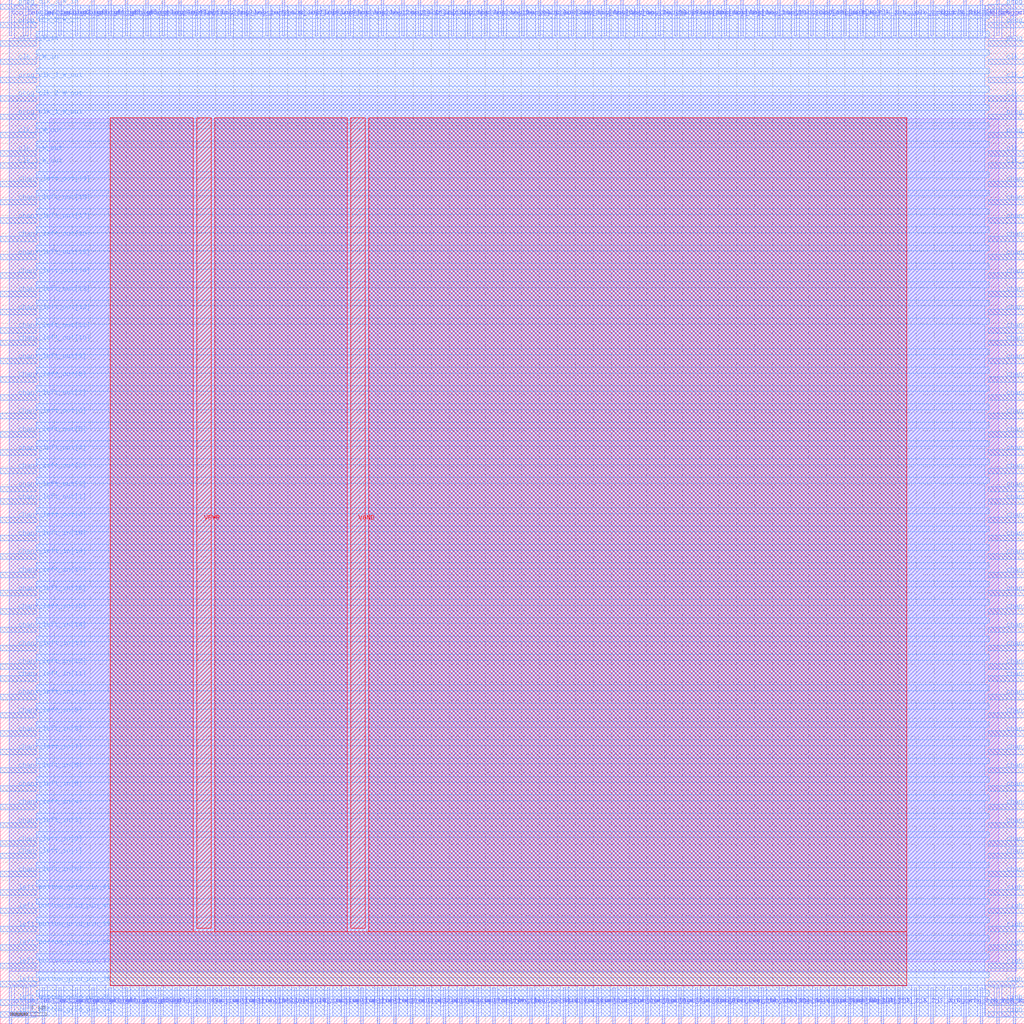
<source format=lef>
VERSION 5.7 ;
  NOWIREEXTENSIONATPIN ON ;
  DIVIDERCHAR "/" ;
  BUSBITCHARS "[]" ;
MACRO sb_1__1_
  CLASS BLOCK ;
  FOREIGN sb_1__1_ ;
  ORIGIN 0.000 0.000 ;
  SIZE 114.000 BY 114.000 ;
  PIN Test_en_N_out
    DIRECTION OUTPUT TRISTATE ;
    PORT
      LAYER met2 ;
        RECT 92.090 110.000 92.370 114.000 ;
    END
  END Test_en_N_out
  PIN Test_en_S_in
    DIRECTION INPUT ;
    PORT
      LAYER met2 ;
        RECT 94.390 0.000 94.670 4.000 ;
    END
  END Test_en_S_in
  PIN bottom_left_grid_pin_42_
    DIRECTION INPUT ;
    PORT
      LAYER met2 ;
        RECT 1.010 0.000 1.290 4.000 ;
    END
  END bottom_left_grid_pin_42_
  PIN bottom_left_grid_pin_43_
    DIRECTION INPUT ;
    PORT
      LAYER met2 ;
        RECT 2.850 0.000 3.130 4.000 ;
    END
  END bottom_left_grid_pin_43_
  PIN bottom_left_grid_pin_44_
    DIRECTION INPUT ;
    PORT
      LAYER met2 ;
        RECT 4.690 0.000 4.970 4.000 ;
    END
  END bottom_left_grid_pin_44_
  PIN bottom_left_grid_pin_45_
    DIRECTION INPUT ;
    PORT
      LAYER met2 ;
        RECT 6.530 0.000 6.810 4.000 ;
    END
  END bottom_left_grid_pin_45_
  PIN bottom_left_grid_pin_46_
    DIRECTION INPUT ;
    PORT
      LAYER met2 ;
        RECT 8.370 0.000 8.650 4.000 ;
    END
  END bottom_left_grid_pin_46_
  PIN bottom_left_grid_pin_47_
    DIRECTION INPUT ;
    PORT
      LAYER met2 ;
        RECT 10.210 0.000 10.490 4.000 ;
    END
  END bottom_left_grid_pin_47_
  PIN bottom_left_grid_pin_48_
    DIRECTION INPUT ;
    PORT
      LAYER met2 ;
        RECT 12.050 0.000 12.330 4.000 ;
    END
  END bottom_left_grid_pin_48_
  PIN bottom_left_grid_pin_49_
    DIRECTION INPUT ;
    PORT
      LAYER met2 ;
        RECT 13.890 0.000 14.170 4.000 ;
    END
  END bottom_left_grid_pin_49_
  PIN ccff_head
    DIRECTION INPUT ;
    PORT
      LAYER met2 ;
        RECT 15.730 0.000 16.010 4.000 ;
    END
  END ccff_head
  PIN ccff_tail
    DIRECTION OUTPUT TRISTATE ;
    PORT
      LAYER met2 ;
        RECT 17.570 0.000 17.850 4.000 ;
    END
  END ccff_tail
  PIN chanx_left_in[0]
    DIRECTION INPUT ;
    PORT
      LAYER met3 ;
        RECT 0.000 16.360 4.000 16.960 ;
    END
  END chanx_left_in[0]
  PIN chanx_left_in[10]
    DIRECTION INPUT ;
    PORT
      LAYER met3 ;
        RECT 0.000 36.080 4.000 36.680 ;
    END
  END chanx_left_in[10]
  PIN chanx_left_in[11]
    DIRECTION INPUT ;
    PORT
      LAYER met3 ;
        RECT 0.000 38.120 4.000 38.720 ;
    END
  END chanx_left_in[11]
  PIN chanx_left_in[12]
    DIRECTION INPUT ;
    PORT
      LAYER met3 ;
        RECT 0.000 39.480 4.000 40.080 ;
    END
  END chanx_left_in[12]
  PIN chanx_left_in[13]
    DIRECTION INPUT ;
    PORT
      LAYER met3 ;
        RECT 0.000 41.520 4.000 42.120 ;
    END
  END chanx_left_in[13]
  PIN chanx_left_in[14]
    DIRECTION INPUT ;
    PORT
      LAYER met3 ;
        RECT 0.000 43.560 4.000 44.160 ;
    END
  END chanx_left_in[14]
  PIN chanx_left_in[15]
    DIRECTION INPUT ;
    PORT
      LAYER met3 ;
        RECT 0.000 45.600 4.000 46.200 ;
    END
  END chanx_left_in[15]
  PIN chanx_left_in[16]
    DIRECTION INPUT ;
    PORT
      LAYER met3 ;
        RECT 0.000 47.640 4.000 48.240 ;
    END
  END chanx_left_in[16]
  PIN chanx_left_in[17]
    DIRECTION INPUT ;
    PORT
      LAYER met3 ;
        RECT 0.000 49.680 4.000 50.280 ;
    END
  END chanx_left_in[17]
  PIN chanx_left_in[18]
    DIRECTION INPUT ;
    PORT
      LAYER met3 ;
        RECT 0.000 51.720 4.000 52.320 ;
    END
  END chanx_left_in[18]
  PIN chanx_left_in[19]
    DIRECTION INPUT ;
    PORT
      LAYER met3 ;
        RECT 0.000 53.760 4.000 54.360 ;
    END
  END chanx_left_in[19]
  PIN chanx_left_in[1]
    DIRECTION INPUT ;
    PORT
      LAYER met3 ;
        RECT 0.000 18.400 4.000 19.000 ;
    END
  END chanx_left_in[1]
  PIN chanx_left_in[2]
    DIRECTION INPUT ;
    PORT
      LAYER met3 ;
        RECT 0.000 19.760 4.000 20.360 ;
    END
  END chanx_left_in[2]
  PIN chanx_left_in[3]
    DIRECTION INPUT ;
    PORT
      LAYER met3 ;
        RECT 0.000 21.800 4.000 22.400 ;
    END
  END chanx_left_in[3]
  PIN chanx_left_in[4]
    DIRECTION INPUT ;
    PORT
      LAYER met3 ;
        RECT 0.000 23.840 4.000 24.440 ;
    END
  END chanx_left_in[4]
  PIN chanx_left_in[5]
    DIRECTION INPUT ;
    PORT
      LAYER met3 ;
        RECT 0.000 25.880 4.000 26.480 ;
    END
  END chanx_left_in[5]
  PIN chanx_left_in[6]
    DIRECTION INPUT ;
    PORT
      LAYER met3 ;
        RECT 0.000 27.920 4.000 28.520 ;
    END
  END chanx_left_in[6]
  PIN chanx_left_in[7]
    DIRECTION INPUT ;
    PORT
      LAYER met3 ;
        RECT 0.000 29.960 4.000 30.560 ;
    END
  END chanx_left_in[7]
  PIN chanx_left_in[8]
    DIRECTION INPUT ;
    PORT
      LAYER met3 ;
        RECT 0.000 32.000 4.000 32.600 ;
    END
  END chanx_left_in[8]
  PIN chanx_left_in[9]
    DIRECTION INPUT ;
    PORT
      LAYER met3 ;
        RECT 0.000 34.040 4.000 34.640 ;
    END
  END chanx_left_in[9]
  PIN chanx_left_out[0]
    DIRECTION OUTPUT TRISTATE ;
    PORT
      LAYER met3 ;
        RECT 0.000 55.800 4.000 56.400 ;
    END
  END chanx_left_out[0]
  PIN chanx_left_out[10]
    DIRECTION OUTPUT TRISTATE ;
    PORT
      LAYER met3 ;
        RECT 0.000 75.520 4.000 76.120 ;
    END
  END chanx_left_out[10]
  PIN chanx_left_out[11]
    DIRECTION OUTPUT TRISTATE ;
    PORT
      LAYER met3 ;
        RECT 0.000 76.880 4.000 77.480 ;
    END
  END chanx_left_out[11]
  PIN chanx_left_out[12]
    DIRECTION OUTPUT TRISTATE ;
    PORT
      LAYER met3 ;
        RECT 0.000 78.920 4.000 79.520 ;
    END
  END chanx_left_out[12]
  PIN chanx_left_out[13]
    DIRECTION OUTPUT TRISTATE ;
    PORT
      LAYER met3 ;
        RECT 0.000 80.960 4.000 81.560 ;
    END
  END chanx_left_out[13]
  PIN chanx_left_out[14]
    DIRECTION OUTPUT TRISTATE ;
    PORT
      LAYER met3 ;
        RECT 0.000 83.000 4.000 83.600 ;
    END
  END chanx_left_out[14]
  PIN chanx_left_out[15]
    DIRECTION OUTPUT TRISTATE ;
    PORT
      LAYER met3 ;
        RECT 0.000 85.040 4.000 85.640 ;
    END
  END chanx_left_out[15]
  PIN chanx_left_out[16]
    DIRECTION OUTPUT TRISTATE ;
    PORT
      LAYER met3 ;
        RECT 0.000 87.080 4.000 87.680 ;
    END
  END chanx_left_out[16]
  PIN chanx_left_out[17]
    DIRECTION OUTPUT TRISTATE ;
    PORT
      LAYER met3 ;
        RECT 0.000 89.120 4.000 89.720 ;
    END
  END chanx_left_out[17]
  PIN chanx_left_out[18]
    DIRECTION OUTPUT TRISTATE ;
    PORT
      LAYER met3 ;
        RECT 0.000 91.160 4.000 91.760 ;
    END
  END chanx_left_out[18]
  PIN chanx_left_out[19]
    DIRECTION OUTPUT TRISTATE ;
    PORT
      LAYER met3 ;
        RECT 0.000 93.200 4.000 93.800 ;
    END
  END chanx_left_out[19]
  PIN chanx_left_out[1]
    DIRECTION OUTPUT TRISTATE ;
    PORT
      LAYER met3 ;
        RECT 0.000 57.840 4.000 58.440 ;
    END
  END chanx_left_out[1]
  PIN chanx_left_out[2]
    DIRECTION OUTPUT TRISTATE ;
    PORT
      LAYER met3 ;
        RECT 0.000 59.200 4.000 59.800 ;
    END
  END chanx_left_out[2]
  PIN chanx_left_out[3]
    DIRECTION OUTPUT TRISTATE ;
    PORT
      LAYER met3 ;
        RECT 0.000 61.240 4.000 61.840 ;
    END
  END chanx_left_out[3]
  PIN chanx_left_out[4]
    DIRECTION OUTPUT TRISTATE ;
    PORT
      LAYER met3 ;
        RECT 0.000 63.280 4.000 63.880 ;
    END
  END chanx_left_out[4]
  PIN chanx_left_out[5]
    DIRECTION OUTPUT TRISTATE ;
    PORT
      LAYER met3 ;
        RECT 0.000 65.320 4.000 65.920 ;
    END
  END chanx_left_out[5]
  PIN chanx_left_out[6]
    DIRECTION OUTPUT TRISTATE ;
    PORT
      LAYER met3 ;
        RECT 0.000 67.360 4.000 67.960 ;
    END
  END chanx_left_out[6]
  PIN chanx_left_out[7]
    DIRECTION OUTPUT TRISTATE ;
    PORT
      LAYER met3 ;
        RECT 0.000 69.400 4.000 70.000 ;
    END
  END chanx_left_out[7]
  PIN chanx_left_out[8]
    DIRECTION OUTPUT TRISTATE ;
    PORT
      LAYER met3 ;
        RECT 0.000 71.440 4.000 72.040 ;
    END
  END chanx_left_out[8]
  PIN chanx_left_out[9]
    DIRECTION OUTPUT TRISTATE ;
    PORT
      LAYER met3 ;
        RECT 0.000 73.480 4.000 74.080 ;
    END
  END chanx_left_out[9]
  PIN chanx_right_in[0]
    DIRECTION INPUT ;
    PORT
      LAYER met3 ;
        RECT 110.000 16.360 114.000 16.960 ;
    END
  END chanx_right_in[0]
  PIN chanx_right_in[10]
    DIRECTION INPUT ;
    PORT
      LAYER met3 ;
        RECT 110.000 36.080 114.000 36.680 ;
    END
  END chanx_right_in[10]
  PIN chanx_right_in[11]
    DIRECTION INPUT ;
    PORT
      LAYER met3 ;
        RECT 110.000 38.120 114.000 38.720 ;
    END
  END chanx_right_in[11]
  PIN chanx_right_in[12]
    DIRECTION INPUT ;
    PORT
      LAYER met3 ;
        RECT 110.000 39.480 114.000 40.080 ;
    END
  END chanx_right_in[12]
  PIN chanx_right_in[13]
    DIRECTION INPUT ;
    PORT
      LAYER met3 ;
        RECT 110.000 41.520 114.000 42.120 ;
    END
  END chanx_right_in[13]
  PIN chanx_right_in[14]
    DIRECTION INPUT ;
    PORT
      LAYER met3 ;
        RECT 110.000 43.560 114.000 44.160 ;
    END
  END chanx_right_in[14]
  PIN chanx_right_in[15]
    DIRECTION INPUT ;
    PORT
      LAYER met3 ;
        RECT 110.000 45.600 114.000 46.200 ;
    END
  END chanx_right_in[15]
  PIN chanx_right_in[16]
    DIRECTION INPUT ;
    PORT
      LAYER met3 ;
        RECT 110.000 47.640 114.000 48.240 ;
    END
  END chanx_right_in[16]
  PIN chanx_right_in[17]
    DIRECTION INPUT ;
    PORT
      LAYER met3 ;
        RECT 110.000 49.680 114.000 50.280 ;
    END
  END chanx_right_in[17]
  PIN chanx_right_in[18]
    DIRECTION INPUT ;
    PORT
      LAYER met3 ;
        RECT 110.000 51.720 114.000 52.320 ;
    END
  END chanx_right_in[18]
  PIN chanx_right_in[19]
    DIRECTION INPUT ;
    PORT
      LAYER met3 ;
        RECT 110.000 53.760 114.000 54.360 ;
    END
  END chanx_right_in[19]
  PIN chanx_right_in[1]
    DIRECTION INPUT ;
    PORT
      LAYER met3 ;
        RECT 110.000 18.400 114.000 19.000 ;
    END
  END chanx_right_in[1]
  PIN chanx_right_in[2]
    DIRECTION INPUT ;
    PORT
      LAYER met3 ;
        RECT 110.000 19.760 114.000 20.360 ;
    END
  END chanx_right_in[2]
  PIN chanx_right_in[3]
    DIRECTION INPUT ;
    PORT
      LAYER met3 ;
        RECT 110.000 21.800 114.000 22.400 ;
    END
  END chanx_right_in[3]
  PIN chanx_right_in[4]
    DIRECTION INPUT ;
    PORT
      LAYER met3 ;
        RECT 110.000 23.840 114.000 24.440 ;
    END
  END chanx_right_in[4]
  PIN chanx_right_in[5]
    DIRECTION INPUT ;
    PORT
      LAYER met3 ;
        RECT 110.000 25.880 114.000 26.480 ;
    END
  END chanx_right_in[5]
  PIN chanx_right_in[6]
    DIRECTION INPUT ;
    PORT
      LAYER met3 ;
        RECT 110.000 27.920 114.000 28.520 ;
    END
  END chanx_right_in[6]
  PIN chanx_right_in[7]
    DIRECTION INPUT ;
    PORT
      LAYER met3 ;
        RECT 110.000 29.960 114.000 30.560 ;
    END
  END chanx_right_in[7]
  PIN chanx_right_in[8]
    DIRECTION INPUT ;
    PORT
      LAYER met3 ;
        RECT 110.000 32.000 114.000 32.600 ;
    END
  END chanx_right_in[8]
  PIN chanx_right_in[9]
    DIRECTION INPUT ;
    PORT
      LAYER met3 ;
        RECT 110.000 34.040 114.000 34.640 ;
    END
  END chanx_right_in[9]
  PIN chanx_right_out[0]
    DIRECTION OUTPUT TRISTATE ;
    PORT
      LAYER met3 ;
        RECT 110.000 55.800 114.000 56.400 ;
    END
  END chanx_right_out[0]
  PIN chanx_right_out[10]
    DIRECTION OUTPUT TRISTATE ;
    PORT
      LAYER met3 ;
        RECT 110.000 75.520 114.000 76.120 ;
    END
  END chanx_right_out[10]
  PIN chanx_right_out[11]
    DIRECTION OUTPUT TRISTATE ;
    PORT
      LAYER met3 ;
        RECT 110.000 76.880 114.000 77.480 ;
    END
  END chanx_right_out[11]
  PIN chanx_right_out[12]
    DIRECTION OUTPUT TRISTATE ;
    PORT
      LAYER met3 ;
        RECT 110.000 78.920 114.000 79.520 ;
    END
  END chanx_right_out[12]
  PIN chanx_right_out[13]
    DIRECTION OUTPUT TRISTATE ;
    PORT
      LAYER met3 ;
        RECT 110.000 80.960 114.000 81.560 ;
    END
  END chanx_right_out[13]
  PIN chanx_right_out[14]
    DIRECTION OUTPUT TRISTATE ;
    PORT
      LAYER met3 ;
        RECT 110.000 83.000 114.000 83.600 ;
    END
  END chanx_right_out[14]
  PIN chanx_right_out[15]
    DIRECTION OUTPUT TRISTATE ;
    PORT
      LAYER met3 ;
        RECT 110.000 85.040 114.000 85.640 ;
    END
  END chanx_right_out[15]
  PIN chanx_right_out[16]
    DIRECTION OUTPUT TRISTATE ;
    PORT
      LAYER met3 ;
        RECT 110.000 87.080 114.000 87.680 ;
    END
  END chanx_right_out[16]
  PIN chanx_right_out[17]
    DIRECTION OUTPUT TRISTATE ;
    PORT
      LAYER met3 ;
        RECT 110.000 89.120 114.000 89.720 ;
    END
  END chanx_right_out[17]
  PIN chanx_right_out[18]
    DIRECTION OUTPUT TRISTATE ;
    PORT
      LAYER met3 ;
        RECT 110.000 91.160 114.000 91.760 ;
    END
  END chanx_right_out[18]
  PIN chanx_right_out[19]
    DIRECTION OUTPUT TRISTATE ;
    PORT
      LAYER met3 ;
        RECT 110.000 93.200 114.000 93.800 ;
    END
  END chanx_right_out[19]
  PIN chanx_right_out[1]
    DIRECTION OUTPUT TRISTATE ;
    PORT
      LAYER met3 ;
        RECT 110.000 57.840 114.000 58.440 ;
    END
  END chanx_right_out[1]
  PIN chanx_right_out[2]
    DIRECTION OUTPUT TRISTATE ;
    PORT
      LAYER met3 ;
        RECT 110.000 59.200 114.000 59.800 ;
    END
  END chanx_right_out[2]
  PIN chanx_right_out[3]
    DIRECTION OUTPUT TRISTATE ;
    PORT
      LAYER met3 ;
        RECT 110.000 61.240 114.000 61.840 ;
    END
  END chanx_right_out[3]
  PIN chanx_right_out[4]
    DIRECTION OUTPUT TRISTATE ;
    PORT
      LAYER met3 ;
        RECT 110.000 63.280 114.000 63.880 ;
    END
  END chanx_right_out[4]
  PIN chanx_right_out[5]
    DIRECTION OUTPUT TRISTATE ;
    PORT
      LAYER met3 ;
        RECT 110.000 65.320 114.000 65.920 ;
    END
  END chanx_right_out[5]
  PIN chanx_right_out[6]
    DIRECTION OUTPUT TRISTATE ;
    PORT
      LAYER met3 ;
        RECT 110.000 67.360 114.000 67.960 ;
    END
  END chanx_right_out[6]
  PIN chanx_right_out[7]
    DIRECTION OUTPUT TRISTATE ;
    PORT
      LAYER met3 ;
        RECT 110.000 69.400 114.000 70.000 ;
    END
  END chanx_right_out[7]
  PIN chanx_right_out[8]
    DIRECTION OUTPUT TRISTATE ;
    PORT
      LAYER met3 ;
        RECT 110.000 71.440 114.000 72.040 ;
    END
  END chanx_right_out[8]
  PIN chanx_right_out[9]
    DIRECTION OUTPUT TRISTATE ;
    PORT
      LAYER met3 ;
        RECT 110.000 73.480 114.000 74.080 ;
    END
  END chanx_right_out[9]
  PIN chany_bottom_in[0]
    DIRECTION INPUT ;
    PORT
      LAYER met2 ;
        RECT 19.410 0.000 19.690 4.000 ;
    END
  END chany_bottom_in[0]
  PIN chany_bottom_in[10]
    DIRECTION INPUT ;
    PORT
      LAYER met2 ;
        RECT 38.270 0.000 38.550 4.000 ;
    END
  END chany_bottom_in[10]
  PIN chany_bottom_in[11]
    DIRECTION INPUT ;
    PORT
      LAYER met2 ;
        RECT 40.110 0.000 40.390 4.000 ;
    END
  END chany_bottom_in[11]
  PIN chany_bottom_in[12]
    DIRECTION INPUT ;
    PORT
      LAYER met2 ;
        RECT 41.950 0.000 42.230 4.000 ;
    END
  END chany_bottom_in[12]
  PIN chany_bottom_in[13]
    DIRECTION INPUT ;
    PORT
      LAYER met2 ;
        RECT 43.790 0.000 44.070 4.000 ;
    END
  END chany_bottom_in[13]
  PIN chany_bottom_in[14]
    DIRECTION INPUT ;
    PORT
      LAYER met2 ;
        RECT 45.630 0.000 45.910 4.000 ;
    END
  END chany_bottom_in[14]
  PIN chany_bottom_in[15]
    DIRECTION INPUT ;
    PORT
      LAYER met2 ;
        RECT 47.470 0.000 47.750 4.000 ;
    END
  END chany_bottom_in[15]
  PIN chany_bottom_in[16]
    DIRECTION INPUT ;
    PORT
      LAYER met2 ;
        RECT 49.310 0.000 49.590 4.000 ;
    END
  END chany_bottom_in[16]
  PIN chany_bottom_in[17]
    DIRECTION INPUT ;
    PORT
      LAYER met2 ;
        RECT 51.150 0.000 51.430 4.000 ;
    END
  END chany_bottom_in[17]
  PIN chany_bottom_in[18]
    DIRECTION INPUT ;
    PORT
      LAYER met2 ;
        RECT 52.990 0.000 53.270 4.000 ;
    END
  END chany_bottom_in[18]
  PIN chany_bottom_in[19]
    DIRECTION INPUT ;
    PORT
      LAYER met2 ;
        RECT 54.830 0.000 55.110 4.000 ;
    END
  END chany_bottom_in[19]
  PIN chany_bottom_in[1]
    DIRECTION INPUT ;
    PORT
      LAYER met2 ;
        RECT 21.250 0.000 21.530 4.000 ;
    END
  END chany_bottom_in[1]
  PIN chany_bottom_in[2]
    DIRECTION INPUT ;
    PORT
      LAYER met2 ;
        RECT 23.090 0.000 23.370 4.000 ;
    END
  END chany_bottom_in[2]
  PIN chany_bottom_in[3]
    DIRECTION INPUT ;
    PORT
      LAYER met2 ;
        RECT 24.930 0.000 25.210 4.000 ;
    END
  END chany_bottom_in[3]
  PIN chany_bottom_in[4]
    DIRECTION INPUT ;
    PORT
      LAYER met2 ;
        RECT 26.770 0.000 27.050 4.000 ;
    END
  END chany_bottom_in[4]
  PIN chany_bottom_in[5]
    DIRECTION INPUT ;
    PORT
      LAYER met2 ;
        RECT 28.610 0.000 28.890 4.000 ;
    END
  END chany_bottom_in[5]
  PIN chany_bottom_in[6]
    DIRECTION INPUT ;
    PORT
      LAYER met2 ;
        RECT 30.910 0.000 31.190 4.000 ;
    END
  END chany_bottom_in[6]
  PIN chany_bottom_in[7]
    DIRECTION INPUT ;
    PORT
      LAYER met2 ;
        RECT 32.750 0.000 33.030 4.000 ;
    END
  END chany_bottom_in[7]
  PIN chany_bottom_in[8]
    DIRECTION INPUT ;
    PORT
      LAYER met2 ;
        RECT 34.590 0.000 34.870 4.000 ;
    END
  END chany_bottom_in[8]
  PIN chany_bottom_in[9]
    DIRECTION INPUT ;
    PORT
      LAYER met2 ;
        RECT 36.430 0.000 36.710 4.000 ;
    END
  END chany_bottom_in[9]
  PIN chany_bottom_out[0]
    DIRECTION OUTPUT TRISTATE ;
    PORT
      LAYER met2 ;
        RECT 56.670 0.000 56.950 4.000 ;
    END
  END chany_bottom_out[0]
  PIN chany_bottom_out[10]
    DIRECTION OUTPUT TRISTATE ;
    PORT
      LAYER met2 ;
        RECT 75.530 0.000 75.810 4.000 ;
    END
  END chany_bottom_out[10]
  PIN chany_bottom_out[11]
    DIRECTION OUTPUT TRISTATE ;
    PORT
      LAYER met2 ;
        RECT 77.370 0.000 77.650 4.000 ;
    END
  END chany_bottom_out[11]
  PIN chany_bottom_out[12]
    DIRECTION OUTPUT TRISTATE ;
    PORT
      LAYER met2 ;
        RECT 79.210 0.000 79.490 4.000 ;
    END
  END chany_bottom_out[12]
  PIN chany_bottom_out[13]
    DIRECTION OUTPUT TRISTATE ;
    PORT
      LAYER met2 ;
        RECT 81.050 0.000 81.330 4.000 ;
    END
  END chany_bottom_out[13]
  PIN chany_bottom_out[14]
    DIRECTION OUTPUT TRISTATE ;
    PORT
      LAYER met2 ;
        RECT 82.890 0.000 83.170 4.000 ;
    END
  END chany_bottom_out[14]
  PIN chany_bottom_out[15]
    DIRECTION OUTPUT TRISTATE ;
    PORT
      LAYER met2 ;
        RECT 84.730 0.000 85.010 4.000 ;
    END
  END chany_bottom_out[15]
  PIN chany_bottom_out[16]
    DIRECTION OUTPUT TRISTATE ;
    PORT
      LAYER met2 ;
        RECT 87.030 0.000 87.310 4.000 ;
    END
  END chany_bottom_out[16]
  PIN chany_bottom_out[17]
    DIRECTION OUTPUT TRISTATE ;
    PORT
      LAYER met2 ;
        RECT 88.870 0.000 89.150 4.000 ;
    END
  END chany_bottom_out[17]
  PIN chany_bottom_out[18]
    DIRECTION OUTPUT TRISTATE ;
    PORT
      LAYER met2 ;
        RECT 90.710 0.000 90.990 4.000 ;
    END
  END chany_bottom_out[18]
  PIN chany_bottom_out[19]
    DIRECTION OUTPUT TRISTATE ;
    PORT
      LAYER met2 ;
        RECT 92.550 0.000 92.830 4.000 ;
    END
  END chany_bottom_out[19]
  PIN chany_bottom_out[1]
    DIRECTION OUTPUT TRISTATE ;
    PORT
      LAYER met2 ;
        RECT 58.970 0.000 59.250 4.000 ;
    END
  END chany_bottom_out[1]
  PIN chany_bottom_out[2]
    DIRECTION OUTPUT TRISTATE ;
    PORT
      LAYER met2 ;
        RECT 60.810 0.000 61.090 4.000 ;
    END
  END chany_bottom_out[2]
  PIN chany_bottom_out[3]
    DIRECTION OUTPUT TRISTATE ;
    PORT
      LAYER met2 ;
        RECT 62.650 0.000 62.930 4.000 ;
    END
  END chany_bottom_out[3]
  PIN chany_bottom_out[4]
    DIRECTION OUTPUT TRISTATE ;
    PORT
      LAYER met2 ;
        RECT 64.490 0.000 64.770 4.000 ;
    END
  END chany_bottom_out[4]
  PIN chany_bottom_out[5]
    DIRECTION OUTPUT TRISTATE ;
    PORT
      LAYER met2 ;
        RECT 66.330 0.000 66.610 4.000 ;
    END
  END chany_bottom_out[5]
  PIN chany_bottom_out[6]
    DIRECTION OUTPUT TRISTATE ;
    PORT
      LAYER met2 ;
        RECT 68.170 0.000 68.450 4.000 ;
    END
  END chany_bottom_out[6]
  PIN chany_bottom_out[7]
    DIRECTION OUTPUT TRISTATE ;
    PORT
      LAYER met2 ;
        RECT 70.010 0.000 70.290 4.000 ;
    END
  END chany_bottom_out[7]
  PIN chany_bottom_out[8]
    DIRECTION OUTPUT TRISTATE ;
    PORT
      LAYER met2 ;
        RECT 71.850 0.000 72.130 4.000 ;
    END
  END chany_bottom_out[8]
  PIN chany_bottom_out[9]
    DIRECTION OUTPUT TRISTATE ;
    PORT
      LAYER met2 ;
        RECT 73.690 0.000 73.970 4.000 ;
    END
  END chany_bottom_out[9]
  PIN chany_top_in[0]
    DIRECTION INPUT ;
    PORT
      LAYER met2 ;
        RECT 16.190 110.000 16.470 114.000 ;
    END
  END chany_top_in[0]
  PIN chany_top_in[10]
    DIRECTION INPUT ;
    PORT
      LAYER met2 ;
        RECT 35.050 110.000 35.330 114.000 ;
    END
  END chany_top_in[10]
  PIN chany_top_in[11]
    DIRECTION INPUT ;
    PORT
      LAYER met2 ;
        RECT 36.890 110.000 37.170 114.000 ;
    END
  END chany_top_in[11]
  PIN chany_top_in[12]
    DIRECTION INPUT ;
    PORT
      LAYER met2 ;
        RECT 38.730 110.000 39.010 114.000 ;
    END
  END chany_top_in[12]
  PIN chany_top_in[13]
    DIRECTION INPUT ;
    PORT
      LAYER met2 ;
        RECT 40.570 110.000 40.850 114.000 ;
    END
  END chany_top_in[13]
  PIN chany_top_in[14]
    DIRECTION INPUT ;
    PORT
      LAYER met2 ;
        RECT 42.410 110.000 42.690 114.000 ;
    END
  END chany_top_in[14]
  PIN chany_top_in[15]
    DIRECTION INPUT ;
    PORT
      LAYER met2 ;
        RECT 44.710 110.000 44.990 114.000 ;
    END
  END chany_top_in[15]
  PIN chany_top_in[16]
    DIRECTION INPUT ;
    PORT
      LAYER met2 ;
        RECT 46.550 110.000 46.830 114.000 ;
    END
  END chany_top_in[16]
  PIN chany_top_in[17]
    DIRECTION INPUT ;
    PORT
      LAYER met2 ;
        RECT 48.390 110.000 48.670 114.000 ;
    END
  END chany_top_in[17]
  PIN chany_top_in[18]
    DIRECTION INPUT ;
    PORT
      LAYER met2 ;
        RECT 50.230 110.000 50.510 114.000 ;
    END
  END chany_top_in[18]
  PIN chany_top_in[19]
    DIRECTION INPUT ;
    PORT
      LAYER met2 ;
        RECT 52.070 110.000 52.350 114.000 ;
    END
  END chany_top_in[19]
  PIN chany_top_in[1]
    DIRECTION INPUT ;
    PORT
      LAYER met2 ;
        RECT 18.030 110.000 18.310 114.000 ;
    END
  END chany_top_in[1]
  PIN chany_top_in[2]
    DIRECTION INPUT ;
    PORT
      LAYER met2 ;
        RECT 19.870 110.000 20.150 114.000 ;
    END
  END chany_top_in[2]
  PIN chany_top_in[3]
    DIRECTION INPUT ;
    PORT
      LAYER met2 ;
        RECT 21.710 110.000 21.990 114.000 ;
    END
  END chany_top_in[3]
  PIN chany_top_in[4]
    DIRECTION INPUT ;
    PORT
      LAYER met2 ;
        RECT 23.550 110.000 23.830 114.000 ;
    END
  END chany_top_in[4]
  PIN chany_top_in[5]
    DIRECTION INPUT ;
    PORT
      LAYER met2 ;
        RECT 25.390 110.000 25.670 114.000 ;
    END
  END chany_top_in[5]
  PIN chany_top_in[6]
    DIRECTION INPUT ;
    PORT
      LAYER met2 ;
        RECT 27.230 110.000 27.510 114.000 ;
    END
  END chany_top_in[6]
  PIN chany_top_in[7]
    DIRECTION INPUT ;
    PORT
      LAYER met2 ;
        RECT 29.530 110.000 29.810 114.000 ;
    END
  END chany_top_in[7]
  PIN chany_top_in[8]
    DIRECTION INPUT ;
    PORT
      LAYER met2 ;
        RECT 31.370 110.000 31.650 114.000 ;
    END
  END chany_top_in[8]
  PIN chany_top_in[9]
    DIRECTION INPUT ;
    PORT
      LAYER met2 ;
        RECT 33.210 110.000 33.490 114.000 ;
    END
  END chany_top_in[9]
  PIN chany_top_out[0]
    DIRECTION OUTPUT TRISTATE ;
    PORT
      LAYER met2 ;
        RECT 53.910 110.000 54.190 114.000 ;
    END
  END chany_top_out[0]
  PIN chany_top_out[10]
    DIRECTION OUTPUT TRISTATE ;
    PORT
      LAYER met2 ;
        RECT 73.230 110.000 73.510 114.000 ;
    END
  END chany_top_out[10]
  PIN chany_top_out[11]
    DIRECTION OUTPUT TRISTATE ;
    PORT
      LAYER met2 ;
        RECT 75.070 110.000 75.350 114.000 ;
    END
  END chany_top_out[11]
  PIN chany_top_out[12]
    DIRECTION OUTPUT TRISTATE ;
    PORT
      LAYER met2 ;
        RECT 76.910 110.000 77.190 114.000 ;
    END
  END chany_top_out[12]
  PIN chany_top_out[13]
    DIRECTION OUTPUT TRISTATE ;
    PORT
      LAYER met2 ;
        RECT 78.750 110.000 79.030 114.000 ;
    END
  END chany_top_out[13]
  PIN chany_top_out[14]
    DIRECTION OUTPUT TRISTATE ;
    PORT
      LAYER met2 ;
        RECT 80.590 110.000 80.870 114.000 ;
    END
  END chany_top_out[14]
  PIN chany_top_out[15]
    DIRECTION OUTPUT TRISTATE ;
    PORT
      LAYER met2 ;
        RECT 82.430 110.000 82.710 114.000 ;
    END
  END chany_top_out[15]
  PIN chany_top_out[16]
    DIRECTION OUTPUT TRISTATE ;
    PORT
      LAYER met2 ;
        RECT 84.270 110.000 84.550 114.000 ;
    END
  END chany_top_out[16]
  PIN chany_top_out[17]
    DIRECTION OUTPUT TRISTATE ;
    PORT
      LAYER met2 ;
        RECT 86.570 110.000 86.850 114.000 ;
    END
  END chany_top_out[17]
  PIN chany_top_out[18]
    DIRECTION OUTPUT TRISTATE ;
    PORT
      LAYER met2 ;
        RECT 88.410 110.000 88.690 114.000 ;
    END
  END chany_top_out[18]
  PIN chany_top_out[19]
    DIRECTION OUTPUT TRISTATE ;
    PORT
      LAYER met2 ;
        RECT 90.250 110.000 90.530 114.000 ;
    END
  END chany_top_out[19]
  PIN chany_top_out[1]
    DIRECTION OUTPUT TRISTATE ;
    PORT
      LAYER met2 ;
        RECT 55.750 110.000 56.030 114.000 ;
    END
  END chany_top_out[1]
  PIN chany_top_out[2]
    DIRECTION OUTPUT TRISTATE ;
    PORT
      LAYER met2 ;
        RECT 58.050 110.000 58.330 114.000 ;
    END
  END chany_top_out[2]
  PIN chany_top_out[3]
    DIRECTION OUTPUT TRISTATE ;
    PORT
      LAYER met2 ;
        RECT 59.890 110.000 60.170 114.000 ;
    END
  END chany_top_out[3]
  PIN chany_top_out[4]
    DIRECTION OUTPUT TRISTATE ;
    PORT
      LAYER met2 ;
        RECT 61.730 110.000 62.010 114.000 ;
    END
  END chany_top_out[4]
  PIN chany_top_out[5]
    DIRECTION OUTPUT TRISTATE ;
    PORT
      LAYER met2 ;
        RECT 63.570 110.000 63.850 114.000 ;
    END
  END chany_top_out[5]
  PIN chany_top_out[6]
    DIRECTION OUTPUT TRISTATE ;
    PORT
      LAYER met2 ;
        RECT 65.410 110.000 65.690 114.000 ;
    END
  END chany_top_out[6]
  PIN chany_top_out[7]
    DIRECTION OUTPUT TRISTATE ;
    PORT
      LAYER met2 ;
        RECT 67.250 110.000 67.530 114.000 ;
    END
  END chany_top_out[7]
  PIN chany_top_out[8]
    DIRECTION OUTPUT TRISTATE ;
    PORT
      LAYER met2 ;
        RECT 69.090 110.000 69.370 114.000 ;
    END
  END chany_top_out[8]
  PIN chany_top_out[9]
    DIRECTION OUTPUT TRISTATE ;
    PORT
      LAYER met2 ;
        RECT 70.930 110.000 71.210 114.000 ;
    END
  END chany_top_out[9]
  PIN clk_1_E_out
    DIRECTION OUTPUT TRISTATE ;
    PORT
      LAYER met3 ;
        RECT 110.000 102.720 114.000 103.320 ;
    END
  END clk_1_E_out
  PIN clk_1_N_in
    DIRECTION INPUT ;
    PORT
      LAYER met2 ;
        RECT 93.930 110.000 94.210 114.000 ;
    END
  END clk_1_N_in
  PIN clk_1_S_in
    DIRECTION INPUT ;
    PORT
      LAYER met2 ;
        RECT 96.230 0.000 96.510 4.000 ;
    END
  END clk_1_S_in
  PIN clk_1_W_out
    DIRECTION OUTPUT TRISTATE ;
    PORT
      LAYER met3 ;
        RECT 0.000 95.240 4.000 95.840 ;
    END
  END clk_1_W_out
  PIN clk_2_E_in
    DIRECTION INPUT ;
    PORT
      LAYER met3 ;
        RECT 110.000 95.240 114.000 95.840 ;
    END
  END clk_2_E_in
  PIN clk_2_E_out
    DIRECTION OUTPUT TRISTATE ;
    PORT
      LAYER met3 ;
        RECT 110.000 104.760 114.000 105.360 ;
    END
  END clk_2_E_out
  PIN clk_2_N_in
    DIRECTION INPUT ;
    PORT
      LAYER met2 ;
        RECT 95.770 110.000 96.050 114.000 ;
    END
  END clk_2_N_in
  PIN clk_2_N_out
    DIRECTION OUTPUT TRISTATE ;
    PORT
      LAYER met2 ;
        RECT 107.270 110.000 107.550 114.000 ;
    END
  END clk_2_N_out
  PIN clk_2_S_in
    DIRECTION INPUT ;
    PORT
      LAYER met2 ;
        RECT 98.070 0.000 98.350 4.000 ;
    END
  END clk_2_S_in
  PIN clk_2_S_out
    DIRECTION OUTPUT TRISTATE ;
    PORT
      LAYER met2 ;
        RECT 101.750 0.000 102.030 4.000 ;
    END
  END clk_2_S_out
  PIN clk_2_W_in
    DIRECTION INPUT ;
    PORT
      LAYER met3 ;
        RECT 0.000 106.800 4.000 107.400 ;
    END
  END clk_2_W_in
  PIN clk_2_W_out
    DIRECTION OUTPUT TRISTATE ;
    PORT
      LAYER met3 ;
        RECT 0.000 96.600 4.000 97.200 ;
    END
  END clk_2_W_out
  PIN clk_3_E_in
    DIRECTION INPUT ;
    PORT
      LAYER met3 ;
        RECT 110.000 96.600 114.000 97.200 ;
    END
  END clk_3_E_in
  PIN clk_3_E_out
    DIRECTION OUTPUT TRISTATE ;
    PORT
      LAYER met3 ;
        RECT 110.000 106.800 114.000 107.400 ;
    END
  END clk_3_E_out
  PIN clk_3_N_in
    DIRECTION INPUT ;
    PORT
      LAYER met2 ;
        RECT 97.610 110.000 97.890 114.000 ;
    END
  END clk_3_N_in
  PIN clk_3_N_out
    DIRECTION OUTPUT TRISTATE ;
    PORT
      LAYER met2 ;
        RECT 109.110 110.000 109.390 114.000 ;
    END
  END clk_3_N_out
  PIN clk_3_S_in
    DIRECTION INPUT ;
    PORT
      LAYER met2 ;
        RECT 99.910 0.000 100.190 4.000 ;
    END
  END clk_3_S_in
  PIN clk_3_S_out
    DIRECTION OUTPUT TRISTATE ;
    PORT
      LAYER met2 ;
        RECT 103.590 0.000 103.870 4.000 ;
    END
  END clk_3_S_out
  PIN clk_3_W_in
    DIRECTION INPUT ;
    PORT
      LAYER met3 ;
        RECT 0.000 108.840 4.000 109.440 ;
    END
  END clk_3_W_in
  PIN clk_3_W_out
    DIRECTION OUTPUT TRISTATE ;
    PORT
      LAYER met3 ;
        RECT 0.000 98.640 4.000 99.240 ;
    END
  END clk_3_W_out
  PIN left_bottom_grid_pin_34_
    DIRECTION INPUT ;
    PORT
      LAYER met3 ;
        RECT 0.000 0.720 4.000 1.320 ;
    END
  END left_bottom_grid_pin_34_
  PIN left_bottom_grid_pin_35_
    DIRECTION INPUT ;
    PORT
      LAYER met3 ;
        RECT 0.000 2.080 4.000 2.680 ;
    END
  END left_bottom_grid_pin_35_
  PIN left_bottom_grid_pin_36_
    DIRECTION INPUT ;
    PORT
      LAYER met3 ;
        RECT 0.000 4.120 4.000 4.720 ;
    END
  END left_bottom_grid_pin_36_
  PIN left_bottom_grid_pin_37_
    DIRECTION INPUT ;
    PORT
      LAYER met3 ;
        RECT 0.000 6.160 4.000 6.760 ;
    END
  END left_bottom_grid_pin_37_
  PIN left_bottom_grid_pin_38_
    DIRECTION INPUT ;
    PORT
      LAYER met3 ;
        RECT 0.000 8.200 4.000 8.800 ;
    END
  END left_bottom_grid_pin_38_
  PIN left_bottom_grid_pin_39_
    DIRECTION INPUT ;
    PORT
      LAYER met3 ;
        RECT 0.000 10.240 4.000 10.840 ;
    END
  END left_bottom_grid_pin_39_
  PIN left_bottom_grid_pin_40_
    DIRECTION INPUT ;
    PORT
      LAYER met3 ;
        RECT 0.000 12.280 4.000 12.880 ;
    END
  END left_bottom_grid_pin_40_
  PIN left_bottom_grid_pin_41_
    DIRECTION INPUT ;
    PORT
      LAYER met3 ;
        RECT 0.000 14.320 4.000 14.920 ;
    END
  END left_bottom_grid_pin_41_
  PIN prog_clk_0_N_in
    DIRECTION INPUT ;
    PORT
      LAYER met2 ;
        RECT 99.450 110.000 99.730 114.000 ;
    END
  END prog_clk_0_N_in
  PIN prog_clk_1_E_out
    DIRECTION OUTPUT TRISTATE ;
    PORT
      LAYER met3 ;
        RECT 110.000 108.840 114.000 109.440 ;
    END
  END prog_clk_1_E_out
  PIN prog_clk_1_N_in
    DIRECTION INPUT ;
    PORT
      LAYER met2 ;
        RECT 101.750 110.000 102.030 114.000 ;
    END
  END prog_clk_1_N_in
  PIN prog_clk_1_S_in
    DIRECTION INPUT ;
    PORT
      LAYER met2 ;
        RECT 105.430 0.000 105.710 4.000 ;
    END
  END prog_clk_1_S_in
  PIN prog_clk_1_W_out
    DIRECTION OUTPUT TRISTATE ;
    PORT
      LAYER met3 ;
        RECT 0.000 100.680 4.000 101.280 ;
    END
  END prog_clk_1_W_out
  PIN prog_clk_2_E_in
    DIRECTION INPUT ;
    PORT
      LAYER met3 ;
        RECT 110.000 98.640 114.000 99.240 ;
    END
  END prog_clk_2_E_in
  PIN prog_clk_2_E_out
    DIRECTION OUTPUT TRISTATE ;
    PORT
      LAYER met3 ;
        RECT 110.000 110.880 114.000 111.480 ;
    END
  END prog_clk_2_E_out
  PIN prog_clk_2_N_in
    DIRECTION INPUT ;
    PORT
      LAYER met2 ;
        RECT 103.590 110.000 103.870 114.000 ;
    END
  END prog_clk_2_N_in
  PIN prog_clk_2_N_out
    DIRECTION OUTPUT TRISTATE ;
    PORT
      LAYER met2 ;
        RECT 110.950 110.000 111.230 114.000 ;
    END
  END prog_clk_2_N_out
  PIN prog_clk_2_S_in
    DIRECTION INPUT ;
    PORT
      LAYER met2 ;
        RECT 107.270 0.000 107.550 4.000 ;
    END
  END prog_clk_2_S_in
  PIN prog_clk_2_S_out
    DIRECTION OUTPUT TRISTATE ;
    PORT
      LAYER met2 ;
        RECT 110.950 0.000 111.230 4.000 ;
    END
  END prog_clk_2_S_out
  PIN prog_clk_2_W_in
    DIRECTION INPUT ;
    PORT
      LAYER met3 ;
        RECT 0.000 110.880 4.000 111.480 ;
    END
  END prog_clk_2_W_in
  PIN prog_clk_2_W_out
    DIRECTION OUTPUT TRISTATE ;
    PORT
      LAYER met3 ;
        RECT 0.000 102.720 4.000 103.320 ;
    END
  END prog_clk_2_W_out
  PIN prog_clk_3_E_in
    DIRECTION INPUT ;
    PORT
      LAYER met3 ;
        RECT 110.000 100.680 114.000 101.280 ;
    END
  END prog_clk_3_E_in
  PIN prog_clk_3_E_out
    DIRECTION OUTPUT TRISTATE ;
    PORT
      LAYER met3 ;
        RECT 110.000 112.920 114.000 113.520 ;
    END
  END prog_clk_3_E_out
  PIN prog_clk_3_N_in
    DIRECTION INPUT ;
    PORT
      LAYER met2 ;
        RECT 105.430 110.000 105.710 114.000 ;
    END
  END prog_clk_3_N_in
  PIN prog_clk_3_N_out
    DIRECTION OUTPUT TRISTATE ;
    PORT
      LAYER met2 ;
        RECT 112.790 110.000 113.070 114.000 ;
    END
  END prog_clk_3_N_out
  PIN prog_clk_3_S_in
    DIRECTION INPUT ;
    PORT
      LAYER met2 ;
        RECT 109.110 0.000 109.390 4.000 ;
    END
  END prog_clk_3_S_in
  PIN prog_clk_3_S_out
    DIRECTION OUTPUT TRISTATE ;
    PORT
      LAYER met2 ;
        RECT 112.790 0.000 113.070 4.000 ;
    END
  END prog_clk_3_S_out
  PIN prog_clk_3_W_in
    DIRECTION INPUT ;
    PORT
      LAYER met3 ;
        RECT 0.000 112.920 4.000 113.520 ;
    END
  END prog_clk_3_W_in
  PIN prog_clk_3_W_out
    DIRECTION OUTPUT TRISTATE ;
    PORT
      LAYER met3 ;
        RECT 0.000 104.760 4.000 105.360 ;
    END
  END prog_clk_3_W_out
  PIN right_bottom_grid_pin_34_
    DIRECTION INPUT ;
    PORT
      LAYER met3 ;
        RECT 110.000 0.720 114.000 1.320 ;
    END
  END right_bottom_grid_pin_34_
  PIN right_bottom_grid_pin_35_
    DIRECTION INPUT ;
    PORT
      LAYER met3 ;
        RECT 110.000 2.080 114.000 2.680 ;
    END
  END right_bottom_grid_pin_35_
  PIN right_bottom_grid_pin_36_
    DIRECTION INPUT ;
    PORT
      LAYER met3 ;
        RECT 110.000 4.120 114.000 4.720 ;
    END
  END right_bottom_grid_pin_36_
  PIN right_bottom_grid_pin_37_
    DIRECTION INPUT ;
    PORT
      LAYER met3 ;
        RECT 110.000 6.160 114.000 6.760 ;
    END
  END right_bottom_grid_pin_37_
  PIN right_bottom_grid_pin_38_
    DIRECTION INPUT ;
    PORT
      LAYER met3 ;
        RECT 110.000 8.200 114.000 8.800 ;
    END
  END right_bottom_grid_pin_38_
  PIN right_bottom_grid_pin_39_
    DIRECTION INPUT ;
    PORT
      LAYER met3 ;
        RECT 110.000 10.240 114.000 10.840 ;
    END
  END right_bottom_grid_pin_39_
  PIN right_bottom_grid_pin_40_
    DIRECTION INPUT ;
    PORT
      LAYER met3 ;
        RECT 110.000 12.280 114.000 12.880 ;
    END
  END right_bottom_grid_pin_40_
  PIN right_bottom_grid_pin_41_
    DIRECTION INPUT ;
    PORT
      LAYER met3 ;
        RECT 110.000 14.320 114.000 14.920 ;
    END
  END right_bottom_grid_pin_41_
  PIN top_left_grid_pin_42_
    DIRECTION INPUT ;
    PORT
      LAYER met2 ;
        RECT 1.010 110.000 1.290 114.000 ;
    END
  END top_left_grid_pin_42_
  PIN top_left_grid_pin_43_
    DIRECTION INPUT ;
    PORT
      LAYER met2 ;
        RECT 2.850 110.000 3.130 114.000 ;
    END
  END top_left_grid_pin_43_
  PIN top_left_grid_pin_44_
    DIRECTION INPUT ;
    PORT
      LAYER met2 ;
        RECT 4.690 110.000 4.970 114.000 ;
    END
  END top_left_grid_pin_44_
  PIN top_left_grid_pin_45_
    DIRECTION INPUT ;
    PORT
      LAYER met2 ;
        RECT 6.530 110.000 6.810 114.000 ;
    END
  END top_left_grid_pin_45_
  PIN top_left_grid_pin_46_
    DIRECTION INPUT ;
    PORT
      LAYER met2 ;
        RECT 8.370 110.000 8.650 114.000 ;
    END
  END top_left_grid_pin_46_
  PIN top_left_grid_pin_47_
    DIRECTION INPUT ;
    PORT
      LAYER met2 ;
        RECT 10.210 110.000 10.490 114.000 ;
    END
  END top_left_grid_pin_47_
  PIN top_left_grid_pin_48_
    DIRECTION INPUT ;
    PORT
      LAYER met2 ;
        RECT 12.050 110.000 12.330 114.000 ;
    END
  END top_left_grid_pin_48_
  PIN top_left_grid_pin_49_
    DIRECTION INPUT ;
    PORT
      LAYER met2 ;
        RECT 13.890 110.000 14.170 114.000 ;
    END
  END top_left_grid_pin_49_
  PIN VPWR
    DIRECTION INPUT ;
    USE POWER ;
    PORT
      LAYER met4 ;
        RECT 21.880 10.640 23.480 100.880 ;
    END
  END VPWR
  PIN VGND
    DIRECTION INPUT ;
    USE GROUND ;
    PORT
      LAYER met4 ;
        RECT 39.040 10.640 40.640 100.880 ;
    END
  END VGND
  OBS
      LAYER li1 ;
        RECT 5.520 6.885 111.175 100.725 ;
      LAYER met1 ;
        RECT 0.990 5.820 113.090 103.320 ;
      LAYER met2 ;
        RECT 1.570 109.720 2.570 113.405 ;
        RECT 3.410 109.720 4.410 113.405 ;
        RECT 5.250 109.720 6.250 113.405 ;
        RECT 7.090 109.720 8.090 113.405 ;
        RECT 8.930 109.720 9.930 113.405 ;
        RECT 10.770 109.720 11.770 113.405 ;
        RECT 12.610 109.720 13.610 113.405 ;
        RECT 14.450 109.720 15.910 113.405 ;
        RECT 16.750 109.720 17.750 113.405 ;
        RECT 18.590 109.720 19.590 113.405 ;
        RECT 20.430 109.720 21.430 113.405 ;
        RECT 22.270 109.720 23.270 113.405 ;
        RECT 24.110 109.720 25.110 113.405 ;
        RECT 25.950 109.720 26.950 113.405 ;
        RECT 27.790 109.720 29.250 113.405 ;
        RECT 30.090 109.720 31.090 113.405 ;
        RECT 31.930 109.720 32.930 113.405 ;
        RECT 33.770 109.720 34.770 113.405 ;
        RECT 35.610 109.720 36.610 113.405 ;
        RECT 37.450 109.720 38.450 113.405 ;
        RECT 39.290 109.720 40.290 113.405 ;
        RECT 41.130 109.720 42.130 113.405 ;
        RECT 42.970 109.720 44.430 113.405 ;
        RECT 45.270 109.720 46.270 113.405 ;
        RECT 47.110 109.720 48.110 113.405 ;
        RECT 48.950 109.720 49.950 113.405 ;
        RECT 50.790 109.720 51.790 113.405 ;
        RECT 52.630 109.720 53.630 113.405 ;
        RECT 54.470 109.720 55.470 113.405 ;
        RECT 56.310 109.720 57.770 113.405 ;
        RECT 58.610 109.720 59.610 113.405 ;
        RECT 60.450 109.720 61.450 113.405 ;
        RECT 62.290 109.720 63.290 113.405 ;
        RECT 64.130 109.720 65.130 113.405 ;
        RECT 65.970 109.720 66.970 113.405 ;
        RECT 67.810 109.720 68.810 113.405 ;
        RECT 69.650 109.720 70.650 113.405 ;
        RECT 71.490 109.720 72.950 113.405 ;
        RECT 73.790 109.720 74.790 113.405 ;
        RECT 75.630 109.720 76.630 113.405 ;
        RECT 77.470 109.720 78.470 113.405 ;
        RECT 79.310 109.720 80.310 113.405 ;
        RECT 81.150 109.720 82.150 113.405 ;
        RECT 82.990 109.720 83.990 113.405 ;
        RECT 84.830 109.720 86.290 113.405 ;
        RECT 87.130 109.720 88.130 113.405 ;
        RECT 88.970 109.720 89.970 113.405 ;
        RECT 90.810 109.720 91.810 113.405 ;
        RECT 92.650 109.720 93.650 113.405 ;
        RECT 94.490 109.720 95.490 113.405 ;
        RECT 96.330 109.720 97.330 113.405 ;
        RECT 98.170 109.720 99.170 113.405 ;
        RECT 100.010 109.720 101.470 113.405 ;
        RECT 102.310 109.720 103.310 113.405 ;
        RECT 104.150 109.720 105.150 113.405 ;
        RECT 105.990 109.720 106.990 113.405 ;
        RECT 107.830 109.720 108.830 113.405 ;
        RECT 109.670 109.720 110.670 113.405 ;
        RECT 111.510 109.720 112.510 113.405 ;
        RECT 1.020 4.280 113.060 109.720 ;
        RECT 1.570 0.835 2.570 4.280 ;
        RECT 3.410 0.835 4.410 4.280 ;
        RECT 5.250 0.835 6.250 4.280 ;
        RECT 7.090 0.835 8.090 4.280 ;
        RECT 8.930 0.835 9.930 4.280 ;
        RECT 10.770 0.835 11.770 4.280 ;
        RECT 12.610 0.835 13.610 4.280 ;
        RECT 14.450 0.835 15.450 4.280 ;
        RECT 16.290 0.835 17.290 4.280 ;
        RECT 18.130 0.835 19.130 4.280 ;
        RECT 19.970 0.835 20.970 4.280 ;
        RECT 21.810 0.835 22.810 4.280 ;
        RECT 23.650 0.835 24.650 4.280 ;
        RECT 25.490 0.835 26.490 4.280 ;
        RECT 27.330 0.835 28.330 4.280 ;
        RECT 29.170 0.835 30.630 4.280 ;
        RECT 31.470 0.835 32.470 4.280 ;
        RECT 33.310 0.835 34.310 4.280 ;
        RECT 35.150 0.835 36.150 4.280 ;
        RECT 36.990 0.835 37.990 4.280 ;
        RECT 38.830 0.835 39.830 4.280 ;
        RECT 40.670 0.835 41.670 4.280 ;
        RECT 42.510 0.835 43.510 4.280 ;
        RECT 44.350 0.835 45.350 4.280 ;
        RECT 46.190 0.835 47.190 4.280 ;
        RECT 48.030 0.835 49.030 4.280 ;
        RECT 49.870 0.835 50.870 4.280 ;
        RECT 51.710 0.835 52.710 4.280 ;
        RECT 53.550 0.835 54.550 4.280 ;
        RECT 55.390 0.835 56.390 4.280 ;
        RECT 57.230 0.835 58.690 4.280 ;
        RECT 59.530 0.835 60.530 4.280 ;
        RECT 61.370 0.835 62.370 4.280 ;
        RECT 63.210 0.835 64.210 4.280 ;
        RECT 65.050 0.835 66.050 4.280 ;
        RECT 66.890 0.835 67.890 4.280 ;
        RECT 68.730 0.835 69.730 4.280 ;
        RECT 70.570 0.835 71.570 4.280 ;
        RECT 72.410 0.835 73.410 4.280 ;
        RECT 74.250 0.835 75.250 4.280 ;
        RECT 76.090 0.835 77.090 4.280 ;
        RECT 77.930 0.835 78.930 4.280 ;
        RECT 79.770 0.835 80.770 4.280 ;
        RECT 81.610 0.835 82.610 4.280 ;
        RECT 83.450 0.835 84.450 4.280 ;
        RECT 85.290 0.835 86.750 4.280 ;
        RECT 87.590 0.835 88.590 4.280 ;
        RECT 89.430 0.835 90.430 4.280 ;
        RECT 91.270 0.835 92.270 4.280 ;
        RECT 93.110 0.835 94.110 4.280 ;
        RECT 94.950 0.835 95.950 4.280 ;
        RECT 96.790 0.835 97.790 4.280 ;
        RECT 98.630 0.835 99.630 4.280 ;
        RECT 100.470 0.835 101.470 4.280 ;
        RECT 102.310 0.835 103.310 4.280 ;
        RECT 104.150 0.835 105.150 4.280 ;
        RECT 105.990 0.835 106.990 4.280 ;
        RECT 107.830 0.835 108.830 4.280 ;
        RECT 109.670 0.835 110.670 4.280 ;
        RECT 111.510 0.835 112.510 4.280 ;
      LAYER met3 ;
        RECT 4.400 112.520 109.600 113.385 ;
        RECT 4.000 111.880 110.090 112.520 ;
        RECT 4.400 110.480 109.600 111.880 ;
        RECT 4.000 109.840 110.090 110.480 ;
        RECT 4.400 108.440 109.600 109.840 ;
        RECT 4.000 107.800 110.090 108.440 ;
        RECT 4.400 106.400 109.600 107.800 ;
        RECT 4.000 105.760 110.090 106.400 ;
        RECT 4.400 104.360 109.600 105.760 ;
        RECT 4.000 103.720 110.090 104.360 ;
        RECT 4.400 102.320 109.600 103.720 ;
        RECT 4.000 101.680 110.090 102.320 ;
        RECT 4.400 100.280 109.600 101.680 ;
        RECT 4.000 99.640 110.090 100.280 ;
        RECT 4.400 98.240 109.600 99.640 ;
        RECT 4.000 97.600 110.090 98.240 ;
        RECT 4.400 94.840 109.600 97.600 ;
        RECT 4.000 94.200 110.090 94.840 ;
        RECT 4.400 92.800 109.600 94.200 ;
        RECT 4.000 92.160 110.090 92.800 ;
        RECT 4.400 90.760 109.600 92.160 ;
        RECT 4.000 90.120 110.090 90.760 ;
        RECT 4.400 88.720 109.600 90.120 ;
        RECT 4.000 88.080 110.090 88.720 ;
        RECT 4.400 86.680 109.600 88.080 ;
        RECT 4.000 86.040 110.090 86.680 ;
        RECT 4.400 84.640 109.600 86.040 ;
        RECT 4.000 84.000 110.090 84.640 ;
        RECT 4.400 82.600 109.600 84.000 ;
        RECT 4.000 81.960 110.090 82.600 ;
        RECT 4.400 80.560 109.600 81.960 ;
        RECT 4.000 79.920 110.090 80.560 ;
        RECT 4.400 78.520 109.600 79.920 ;
        RECT 4.000 77.880 110.090 78.520 ;
        RECT 4.400 75.120 109.600 77.880 ;
        RECT 4.000 74.480 110.090 75.120 ;
        RECT 4.400 73.080 109.600 74.480 ;
        RECT 4.000 72.440 110.090 73.080 ;
        RECT 4.400 71.040 109.600 72.440 ;
        RECT 4.000 70.400 110.090 71.040 ;
        RECT 4.400 69.000 109.600 70.400 ;
        RECT 4.000 68.360 110.090 69.000 ;
        RECT 4.400 66.960 109.600 68.360 ;
        RECT 4.000 66.320 110.090 66.960 ;
        RECT 4.400 64.920 109.600 66.320 ;
        RECT 4.000 64.280 110.090 64.920 ;
        RECT 4.400 62.880 109.600 64.280 ;
        RECT 4.000 62.240 110.090 62.880 ;
        RECT 4.400 60.840 109.600 62.240 ;
        RECT 4.000 60.200 110.090 60.840 ;
        RECT 4.400 57.440 109.600 60.200 ;
        RECT 4.000 56.800 110.090 57.440 ;
        RECT 4.400 55.400 109.600 56.800 ;
        RECT 4.000 54.760 110.090 55.400 ;
        RECT 4.400 53.360 109.600 54.760 ;
        RECT 4.000 52.720 110.090 53.360 ;
        RECT 4.400 51.320 109.600 52.720 ;
        RECT 4.000 50.680 110.090 51.320 ;
        RECT 4.400 49.280 109.600 50.680 ;
        RECT 4.000 48.640 110.090 49.280 ;
        RECT 4.400 47.240 109.600 48.640 ;
        RECT 4.000 46.600 110.090 47.240 ;
        RECT 4.400 45.200 109.600 46.600 ;
        RECT 4.000 44.560 110.090 45.200 ;
        RECT 4.400 43.160 109.600 44.560 ;
        RECT 4.000 42.520 110.090 43.160 ;
        RECT 4.400 41.120 109.600 42.520 ;
        RECT 4.000 40.480 110.090 41.120 ;
        RECT 4.400 37.720 109.600 40.480 ;
        RECT 4.000 37.080 110.090 37.720 ;
        RECT 4.400 35.680 109.600 37.080 ;
        RECT 4.000 35.040 110.090 35.680 ;
        RECT 4.400 33.640 109.600 35.040 ;
        RECT 4.000 33.000 110.090 33.640 ;
        RECT 4.400 31.600 109.600 33.000 ;
        RECT 4.000 30.960 110.090 31.600 ;
        RECT 4.400 29.560 109.600 30.960 ;
        RECT 4.000 28.920 110.090 29.560 ;
        RECT 4.400 27.520 109.600 28.920 ;
        RECT 4.000 26.880 110.090 27.520 ;
        RECT 4.400 25.480 109.600 26.880 ;
        RECT 4.000 24.840 110.090 25.480 ;
        RECT 4.400 23.440 109.600 24.840 ;
        RECT 4.000 22.800 110.090 23.440 ;
        RECT 4.400 21.400 109.600 22.800 ;
        RECT 4.000 20.760 110.090 21.400 ;
        RECT 4.400 18.000 109.600 20.760 ;
        RECT 4.000 17.360 110.090 18.000 ;
        RECT 4.400 15.960 109.600 17.360 ;
        RECT 4.000 15.320 110.090 15.960 ;
        RECT 4.400 13.920 109.600 15.320 ;
        RECT 4.000 13.280 110.090 13.920 ;
        RECT 4.400 11.880 109.600 13.280 ;
        RECT 4.000 11.240 110.090 11.880 ;
        RECT 4.400 9.840 109.600 11.240 ;
        RECT 4.000 9.200 110.090 9.840 ;
        RECT 4.400 7.800 109.600 9.200 ;
        RECT 4.000 7.160 110.090 7.800 ;
        RECT 4.400 5.760 109.600 7.160 ;
        RECT 4.000 5.120 110.090 5.760 ;
        RECT 4.400 3.720 109.600 5.120 ;
        RECT 4.000 3.080 110.090 3.720 ;
        RECT 4.400 0.855 109.600 3.080 ;
      LAYER met4 ;
        RECT 12.255 10.240 21.480 100.880 ;
        RECT 23.880 10.240 38.640 100.880 ;
        RECT 41.040 10.240 100.905 100.880 ;
        RECT 12.255 4.255 100.905 10.240 ;
  END
END sb_1__1_
END LIBRARY


</source>
